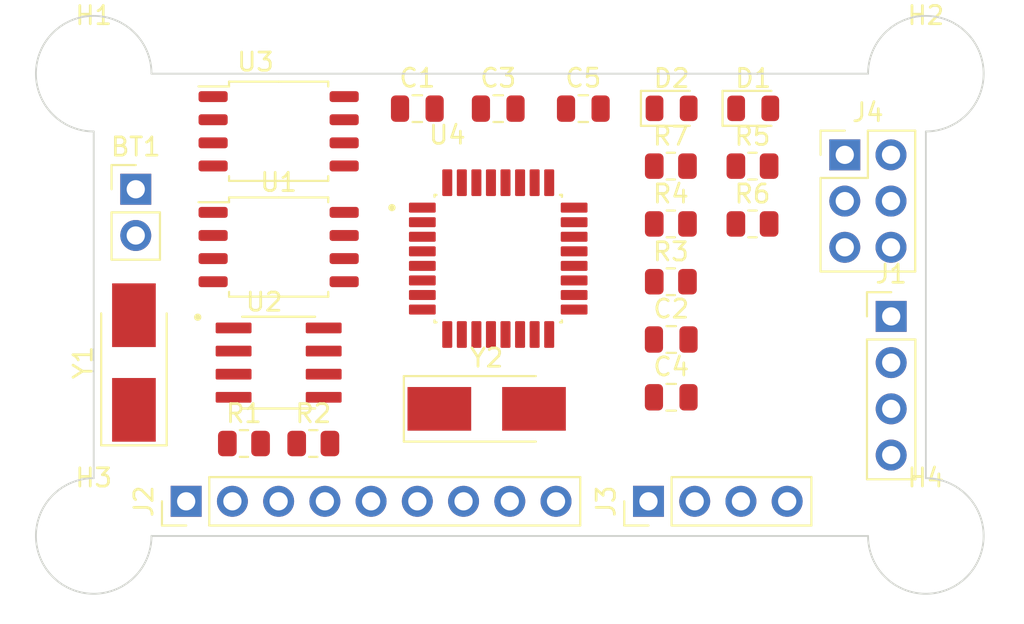
<source format=kicad_pcb>
(kicad_pcb (version 20211014) (generator pcbnew)
  (title_block (title "${project_name}") (date "2025-05-22") (rev "1") (company "2-layer PCB version."))
  (layers (0 "F.Cu" mixed) (31 "B.Cu" mixed) (34 "B.Paste" user) (35 "F.Paste" user) (36 "B.SilkS" user "B.Silkscreen") (37 "F.SilkS" user "F.Silkscreen") (38 "B.Mask" user) (39 "F.Mask" user) (44 "Edge.Cuts" user))
  (property "project_name" "MCU Datalogger with memory ")
  (net 0 "")
  (net 1 "Net-(BT1-Pad1)")
  (net 2 "GND")
  (net 3 "Net-(C1-Pad1)")
  (net 4 "Net-(C2-Pad1)")
  (net 5 "Net-(C3-Pad2)")
  (net 6 "Net-(C4-Pad2)")
  (net 7 "Net-(D1-Pad1)")
  (net 8 "/SCK")
  (net 9 "Net-(D2-Pad1)")
  (net 10 "/Vcc")
  (net 11 "/SDA")
  (net 12 "/D2")
  (net 13 "/D3")
  (net 14 "/D4")
  (net 15 "/D5")
  (net 16 "/D6")
  (net 17 "/D7")
  (net 18 "/D8")
  (net 19 "/RX")
  (net 20 "/TX")
  (net 21 "/MIS0")
  (net 22 "/MOSI")
  (net 23 "/RESET")
  (net 24 "Net-(R1-Pad2)")
  (net 25 "Net-(U2-Pad7)")
  (net 26 "Net-(U1-Pad4)")
  (net 27 "Net-(U2-Pad1)")
  (net 28 "Net-(U2-Pad2)")
  (footprint "Package_SO:SOIC-8_5.23x5.23mm_P1.27mm" (layer "F.Cu") (at 132.08 86.985)
    (fp_text reference "U3" (at -1.27 -3.81) (layer "F.SilkS"))
    (fp_text value "24LC1025")
    (fp_line (start 0 2.725) (end -2.725 2.725) (layer "F.SilkS") (width 0.12))
    (fp_line (start -2.725 2.725) (end -2.725 2.465) (layer "F.SilkS") (width 0.12))
    (fp_line (start 0 2.725) (end 2.725 2.725) (layer "F.SilkS") (width 0.12))
    (fp_line (start 0 -2.725) (end 2.725 -2.725) (layer "F.SilkS") (width 0.12))
    (fp_line (start 0 -2.725) (end -2.725 -2.725) (layer "F.SilkS") (width 0.12))
    (fp_line (start 2.725 -2.725) (end 2.725 -2.465) (layer "F.SilkS") (width 0.12))
    (fp_line (start 2.725 2.725) (end 2.725 2.465) (layer "F.SilkS") (width 0.12))
    (fp_line (start -2.725 -2.465) (end -4.4 -2.465) (layer "F.SilkS") (width 0.12))
    (fp_line (start -2.725 -2.725) (end -2.725 -2.465) (layer "F.SilkS") (width 0.12))
    (pad "1" smd roundrect (at -3.6 -1.905) (size 1.6 0.6) (layers "F.Cu" "F.Paste" "F.Mask") (net 10 "/Vcc"))
    (pad "2" smd roundrect (at -3.6 -0.635) (size 1.6 0.6) (layers "F.Cu" "F.Paste" "F.Mask") (net 2 "GND"))
    (pad "3" smd roundrect (at -3.6 0.635) (size 1.6 0.6) (layers "F.Cu" "F.Paste" "F.Mask") (net 10 "/Vcc"))
    (pad "4" smd roundrect (at -3.6 1.905) (size 1.6 0.6) (layers "F.Cu" "F.Paste" "F.Mask") (net 2 "GND"))
    (pad "5" smd roundrect (at 3.6 1.905) (size 1.6 0.6) (layers "F.Cu" "F.Paste" "F.Mask") (net 11 "/SDA"))
    (pad "6" smd roundrect (at 3.6 0.635) (size 1.6 0.6) (layers "F.Cu" "F.Paste" "F.Mask") (net 8 "/SCK"))
    (pad "7" smd roundrect (at 3.6 -0.635) (size 1.6 0.6) (layers "F.Cu" "F.Paste" "F.Mask") (net 2 "GND"))
    (pad "8" smd roundrect (at 3.6 -1.905) (size 1.6 0.6) (layers "F.Cu" "F.Paste" "F.Mask") (net 10 "/Vcc"))
  )
  (footprint "Capacitor_SMD:C_0805_2012Metric" (layer "F.Cu") (at 144.145 85.74)
    (fp_text reference "C3" (at 0 -1.68) (layer "F.SilkS"))
    (fp_text value "22pF")
    (fp_line (start -0.261252 0.735) (end 0.261252 0.735) (layer "F.SilkS") (width 0.12))
    (fp_line (start -0.261252 -0.735) (end 0.261252 -0.735) (layer "F.SilkS") (width 0.12))
    (pad "1" smd roundrect (at -0.95 0) (size 1 1.45) (layers "F.Cu" "F.Paste" "F.Mask") (net 2 "GND"))
    (pad "2" smd roundrect (at 0.95 0) (size 1 1.45) (layers "F.Cu" "F.Paste" "F.Mask") (net 5 "Net-(C3-Pad2)"))
  )
  (footprint "MCU Datalogger:QFP80P900X900X120-32N" (layer "F.Cu") (at 144.145 93.98)
    (fp_text reference "U4" (at -2.795 -6.79) (layer "F.SilkS"))
    (fp_text value "ATMEGA328P-AU")
    (fp_line (start 3.5 -3.5) (end 3.5 -3.395) (layer "F.SilkS") (width 0.127))
    (fp_line (start -3.5 3.5) (end -3.5 3.395) (layer "F.SilkS") (width 0.127))
    (fp_line (start 3.5 3.5) (end 3.5 3.395) (layer "F.SilkS") (width 0.127))
    (fp_line (start -3.5 3.5) (end -3.395 3.5) (layer "F.SilkS") (width 0.127))
    (fp_line (start 3.5 3.5) (end 3.395 3.5) (layer "F.SilkS") (width 0.127))
    (fp_line (start -3.5 -3.5) (end -3.5 -3.395) (layer "F.SilkS") (width 0.127))
    (fp_line (start 3.5 -3.5) (end 3.395 -3.5) (layer "F.SilkS") (width 0.127))
    (fp_line (start -3.5 -3.5) (end -3.395 -3.5) (layer "F.SilkS") (width 0.127))
    (fp_circle (center -5.84 -2.8) (end -5.74 -2.8) (layer "F.SilkS") (width 0.2) (fill none))
    (pad "1" smd roundrect locked (at -4.17 -2.8) (size 1.47 0.55) (layers "F.Cu" "F.Paste" "F.Mask") (roundrect_rratio 0.125) (net 13 "/D3"))
    (pad "2" smd roundrect locked (at -4.17 -2) (size 1.47 0.55) (layers "F.Cu" "F.Paste" "F.Mask") (roundrect_rratio 0.125) (net 14 "/D4"))
    (pad "3" smd roundrect locked (at -4.17 -1.2) (size 1.47 0.55) (layers "F.Cu" "F.Paste" "F.Mask") (roundrect_rratio 0.125) (net 2 "GND"))
    (pad "4" smd roundrect locked (at -4.17 -0.4) (size 1.47 0.55) (layers "F.Cu" "F.Paste" "F.Mask") (roundrect_rratio 0.125) (net 1 "Net-(BT1-Pad1)"))
    (pad "5" smd roundrect locked (at -4.17 0.4) (size 1.47 0.55) (layers "F.Cu" "F.Paste" "F.Mask") (roundrect_rratio 0.125) (net 2 "GND"))
    (pad "6" smd roundrect locked (at -4.17 1.2) (size 1.47 0.55) (layers "F.Cu" "F.Paste" "F.Mask") (roundrect_rratio 0.125))
    (pad "7" smd roundrect locked (at -4.17 2) (size 1.47 0.55) (layers "F.Cu" "F.Paste" "F.Mask") (roundrect_rratio 0.125) (net 4 "Net-(C2-Pad1)"))
    (pad "8" smd roundrect locked (at -4.17 2.8) (size 1.47 0.55) (layers "F.Cu" "F.Paste" "F.Mask") (roundrect_rratio 0.125) (net 5 "Net-(C3-Pad2)"))
    (pad "9" smd roundrect locked (at -2.8 4.17) (size 0.55 1.47) (layers "F.Cu" "F.Paste" "F.Mask") (roundrect_rratio 0.125) (net 15 "/D5"))
    (pad "10" smd roundrect locked (at -2 4.17) (size 0.55 1.47) (layers "F.Cu" "F.Paste" "F.Mask") (roundrect_rratio 0.125) (net 16 "/D6"))
    (pad "11" smd roundrect locked (at -1.2 4.17) (size 0.55 1.47) (layers "F.Cu" "F.Paste" "F.Mask") (roundrect_rratio 0.125) (net 17 "/D7"))
    (pad "12" smd roundrect locked (at -0.4 4.17) (size 0.55 1.47) (layers "F.Cu" "F.Paste" "F.Mask") (roundrect_rratio 0.125) (net 18 "/D8"))
    (pad "13" smd roundrect locked (at 0.4 4.17) (size 0.55 1.47) (layers "F.Cu" "F.Paste" "F.Mask") (roundrect_rratio 0.125))
    (pad "14" smd roundrect locked (at 1.2 4.17) (size 0.55 1.47) (layers "F.Cu" "F.Paste" "F.Mask") (roundrect_rratio 0.125))
    (pad "15" smd roundrect locked (at 2 4.17) (size 0.55 1.47) (layers "F.Cu" "F.Paste" "F.Mask") (roundrect_rratio 0.125) (net 22 "/MOSI"))
    (pad "16" smd roundrect locked (at 2.8 4.17) (size 0.55 1.47) (layers "F.Cu" "F.Paste" "F.Mask") (roundrect_rratio 0.125) (net 21 "/MIS0"))
    (pad "17" smd roundrect locked (at 4.17 2.8) (size 1.47 0.55) (layers "F.Cu" "F.Paste" "F.Mask") (roundrect_rratio 0.125) (net 8 "/SCK"))
    (pad "18" smd roundrect locked (at 4.17 2) (size 1.47 0.55) (layers "F.Cu" "F.Paste" "F.Mask") (roundrect_rratio 0.125) (net 1 "Net-(BT1-Pad1)"))
    (pad "19" smd roundrect locked (at 4.17 1.2) (size 1.47 0.55) (layers "F.Cu" "F.Paste" "F.Mask") (roundrect_rratio 0.125))
    (pad "20" smd roundrect locked (at 4.17 0.4) (size 1.47 0.55) (layers "F.Cu" "F.Paste" "F.Mask") (roundrect_rratio 0.125) (net 6 "Net-(C4-Pad2)"))
    (pad "21" smd roundrect locked (at 4.17 -0.4) (size 1.47 0.55) (layers "F.Cu" "F.Paste" "F.Mask") (roundrect_rratio 0.125) (net 2 "GND"))
    (pad "22" smd roundrect locked (at 4.17 -1.2) (size 1.47 0.55) (layers "F.Cu" "F.Paste" "F.Mask") (roundrect_rratio 0.125))
    (pad "23" smd roundrect locked (at 4.17 -2) (size 1.47 0.55) (layers "F.Cu" "F.Paste" "F.Mask") (roundrect_rratio 0.125))
    (pad "24" smd roundrect locked (at 4.17 -2.8) (size 1.47 0.55) (layers "F.Cu" "F.Paste" "F.Mask") (roundrect_rratio 0.125))
    (pad "25" smd roundrect locked (at 2.8 -4.17) (size 0.55 1.47) (layers "F.Cu" "F.Paste" "F.Mask") (roundrect_rratio 0.125))
    (pad "26" smd roundrect locked (at 2 -4.17) (size 0.55 1.47) (layers "F.Cu" "F.Paste" "F.Mask") (roundrect_rratio 0.125))
    (pad "27" smd roundrect locked (at 1.2 -4.17) (size 0.55 1.47) (layers "F.Cu" "F.Paste" "F.Mask") (roundrect_rratio 0.125) (net 11 "/SDA"))
    (pad "28" smd roundrect locked (at 0.4 -4.17) (size 0.55 1.47) (layers "F.Cu" "F.Paste" "F.Mask") (roundrect_rratio 0.125) (net 8 "/SCK"))
    (pad "29" smd roundrect locked (at -0.4 -4.17) (size 0.55 1.47) (layers "F.Cu" "F.Paste" "F.Mask") (roundrect_rratio 0.125) (net 23 "/RESET"))
    (pad "30" smd roundrect locked (at -1.2 -4.17) (size 0.55 1.47) (layers "F.Cu" "F.Paste" "F.Mask") (roundrect_rratio 0.125) (net 19 "/RX"))
    (pad "31" smd roundrect locked (at -2 -4.17) (size 0.55 1.47) (layers "F.Cu" "F.Paste" "F.Mask") (roundrect_rratio 0.125) (net 20 "/TX"))
    (pad "32" smd roundrect locked (at -2.8 -4.17) (size 0.55 1.47) (layers "F.Cu" "F.Paste" "F.Mask") (roundrect_rratio 0.125) (net 12 "/D2"))
  )
  (footprint "LED_SMD:LED_0805_2012Metric" (layer "F.Cu") (at 153.67 85.725)
    (fp_text reference "D2" (at 0 -1.65) (layer "F.SilkS"))
    (fp_text value "LED")
    (fp_line (start 1 -0.96) (end -1.685 -0.96) (layer "F.SilkS") (width 0.12))
    (fp_line (start -1.685 0.96) (end 1 0.96) (layer "F.SilkS") (width 0.12))
    (fp_line (start -1.685 -0.96) (end -1.685 0.96) (layer "F.SilkS") (width 0.12))
    (pad "1" smd roundrect (at -0.9375 0) (size 0.975 1.4) (layers "F.Cu" "F.Paste" "F.Mask") (net 9 "Net-(D2-Pad1)"))
    (pad "2" smd roundrect (at 0.9375 0) (size 0.975 1.4) (layers "F.Cu" "F.Paste" "F.Mask") (net 1 "Net-(BT1-Pad1)"))
  )
  (footprint "Capacitor_SMD:C_0805_2012Metric" (layer "F.Cu") (at 139.7 85.74)
    (fp_text reference "C1" (at 0 -1.68) (layer "F.SilkS"))
    (fp_text value "0.1uF")
    (fp_line (start -0.261252 0.735) (end 0.261252 0.735) (layer "F.SilkS") (width 0.12))
    (fp_line (start -0.261252 -0.735) (end 0.261252 -0.735) (layer "F.SilkS") (width 0.12))
    (pad "1" smd roundrect (at -0.95 0) (size 1 1.45) (layers "F.Cu" "F.Paste" "F.Mask") (net 3 "Net-(C1-Pad1)"))
    (pad "2" smd roundrect (at 0.95 0) (size 1 1.45) (layers "F.Cu" "F.Paste" "F.Mask") (net 2 "GND"))
  )
  (footprint "Connector_PinHeader_2.54mm:PinHeader_1x02_P2.54mm_Vertical" (layer "F.Cu") (at 124.23 90.17)
    (fp_text reference "BT1" (at 0 -2.33) (layer "F.SilkS"))
    (fp_text value "Battery")
    (fp_line (start -1.33 1.27) (end -1.33 3.87) (layer "F.SilkS") (width 0.12))
    (fp_line (start -1.33 1.27) (end 1.33 1.27) (layer "F.SilkS") (width 0.12))
    (fp_line (start -1.33 0) (end -1.33 -1.33) (layer "F.SilkS") (width 0.12))
    (fp_line (start 1.33 1.27) (end 1.33 3.87) (layer "F.SilkS") (width 0.12))
    (fp_line (start -1.33 3.87) (end 1.33 3.87) (layer "F.SilkS") (width 0.12))
    (fp_line (start -1.33 -1.33) (end 0 -1.33) (layer "F.SilkS") (width 0.12))
    (pad "1" thru_hole rect (at 0 0) (size 1.7 1.7) (drill 1) (layers *.Cu *.Mask) (net 1 "Net-(BT1-Pad1)"))
    (pad "2" thru_hole oval (at 0 2.54) (size 1.7 1.7) (drill 1) (layers *.Cu *.Mask) (net 2 "GND"))
  )
  (footprint "MCU Datalogger:SOIC127P600X175-8N" (layer "F.Cu") (at 132.08 99.695)
    (fp_text reference "U2" (at -0.795 -3.332) (layer "F.SilkS"))
    (fp_text value "DS1337S_")
    (fp_line (start -2 -2.52) (end 2 -2.52) (layer "F.SilkS") (width 0.127))
    (fp_line (start -2 2.52) (end 2 2.52) (layer "F.SilkS") (width 0.127))
    (fp_circle (center -4.445 -2.495) (end -4.345 -2.495) (layer "F.SilkS") (width 0.2) (fill none))
    (pad "1" smd roundrect locked (at -2.475 -1.905) (size 1.97 0.59) (layers "F.Cu" "F.Paste" "F.Mask") (roundrect_rratio 0.125) (net 27 "Net-(U2-Pad1)"))
    (pad "2" smd roundrect locked (at -2.475 -0.635) (size 1.97 0.59) (layers "F.Cu" "F.Paste" "F.Mask") (roundrect_rratio 0.125) (net 28 "Net-(U2-Pad2)"))
    (pad "3" smd roundrect locked (at -2.475 0.635) (size 1.97 0.59) (layers "F.Cu" "F.Paste" "F.Mask") (roundrect_rratio 0.125) (net 24 "Net-(R1-Pad2)"))
    (pad "4" smd roundrect locked (at -2.475 1.905) (size 1.97 0.59) (layers "F.Cu" "F.Paste" "F.Mask") (roundrect_rratio 0.125) (net 2 "GND"))
    (pad "5" smd roundrect locked (at 2.475 1.905) (size 1.97 0.59) (layers "F.Cu" "F.Paste" "F.Mask") (roundrect_rratio 0.125) (net 11 "/SDA"))
    (pad "6" smd roundrect locked (at 2.475 0.635) (size 1.97 0.59) (layers "F.Cu" "F.Paste" "F.Mask") (roundrect_rratio 0.125) (net 8 "/SCK"))
    (pad "7" smd roundrect locked (at 2.475 -0.635) (size 1.97 0.59) (layers "F.Cu" "F.Paste" "F.Mask") (roundrect_rratio 0.125) (net 25 "Net-(U2-Pad7)"))
    (pad "8" smd roundrect locked (at 2.475 -1.905) (size 1.97 0.59) (layers "F.Cu" "F.Paste" "F.Mask") (roundrect_rratio 0.125) (net 3 "Net-(C1-Pad1)"))
  )
  (footprint "Crystal:Crystal_SMD_5032-2Pin_5.0x3.2mm_HandSoldering" (layer "F.Cu") (at 124.13 99.69 90)
    (fp_text reference "Y1" (at 0 -2.8 90) (layer "F.SilkS"))
    (fp_text value "32.768 MHz")
    (fp_line (start -4.55 1.8) (end 2.7 1.8) (layer "F.SilkS") (width 0.12))
    (fp_line (start 2.7 -1.8) (end -4.55 -1.8) (layer "F.SilkS") (width 0.12))
    (fp_line (start -4.55 -1.8) (end -4.55 1.8) (layer "F.SilkS") (width 0.12))
    (pad "1" smd rect (at -2.6 0 90) (size 3.5 2.4) (layers "F.Cu" "F.Paste" "F.Mask") (net 28 "Net-(U2-Pad2)"))
    (pad "2" smd rect (at 2.6 0 90) (size 3.5 2.4) (layers "F.Cu" "F.Paste" "F.Mask") (net 27 "Net-(U2-Pad1)"))
  )
  (footprint "LED_SMD:LED_0805_2012Metric" (layer "F.Cu") (at 158.155 85.725)
    (fp_text reference "D1" (at 0 -1.65) (layer "F.SilkS"))
    (fp_text value "LED")
    (fp_line (start -1.685 0.96) (end 1 0.96) (layer "F.SilkS") (width 0.12))
    (fp_line (start 1 -0.96) (end -1.685 -0.96) (layer "F.SilkS") (width 0.12))
    (fp_line (start -1.685 -0.96) (end -1.685 0.96) (layer "F.SilkS") (width 0.12))
    (pad "1" smd roundrect (at -0.9375 0) (size 0.975 1.4) (layers "F.Cu" "F.Paste" "F.Mask") (net 7 "Net-(D1-Pad1)"))
    (pad "2" smd roundrect (at 0.9375 0) (size 0.975 1.4) (layers "F.Cu" "F.Paste" "F.Mask") (net 8 "/SCK"))
  )
  (footprint "Resistor_SMD:R_0805_2012Metric" (layer "F.Cu") (at 158.115 88.9)
    (fp_text reference "R5" (at 0 -1.65) (layer "F.SilkS"))
    (fp_text value "330")
    (fp_line (start -0.227064 0.735) (end 0.227064 0.735) (layer "F.SilkS") (width 0.12))
    (fp_line (start -0.227064 -0.735) (end 0.227064 -0.735) (layer "F.SilkS") (width 0.12))
    (pad "1" smd roundrect (at -0.9125 0) (size 1.025 1.4) (layers "F.Cu" "F.Paste" "F.Mask") (roundrect_rratio 0.243902) (net 2 "GND"))
    (pad "2" smd roundrect (at 0.9125 0) (size 1.025 1.4) (layers "F.Cu" "F.Paste" "F.Mask") (roundrect_rratio 0.243902) (net 7 "Net-(D1-Pad1)"))
  )
  (footprint "Connector_PinHeader_2.54mm:PinHeader_1x04_P2.54mm_Vertical" (layer "F.Cu") (at 165.735 97.155)
    (fp_text reference "J1" (at 0 -2.33) (layer "F.SilkS"))
    (fp_text value "Conn_01x04_Male")
    (fp_line (start -1.33 1.27) (end -1.33 8.95) (layer "F.SilkS") (width 0.12))
    (fp_line (start 1.33 1.27) (end 1.33 8.95) (layer "F.SilkS") (width 0.12))
    (fp_line (start -1.33 8.95) (end 1.33 8.95) (layer "F.SilkS") (width 0.12))
    (fp_line (start -1.33 1.27) (end 1.33 1.27) (layer "F.SilkS") (width 0.12))
    (fp_line (start -1.33 -1.33) (end 0 -1.33) (layer "F.SilkS") (width 0.12))
    (fp_line (start -1.33 0) (end -1.33 -1.33) (layer "F.SilkS") (width 0.12))
    (pad "1" thru_hole rect (at 0 0) (size 1.7 1.7) (drill 1) (layers *.Cu *.Mask) (net 2 "GND"))
    (pad "2" thru_hole oval (at 0 2.54) (size 1.7 1.7) (drill 1) (layers *.Cu *.Mask) (net 10 "/Vcc"))
    (pad "3" thru_hole oval (at 0 5.08) (size 1.7 1.7) (drill 1) (layers *.Cu *.Mask) (net 11 "/SDA"))
    (pad "4" thru_hole oval (at 0 7.62) (size 1.7 1.7) (drill 1) (layers *.Cu *.Mask) (net 8 "/SCK"))
  )
  (footprint "Connector_PinHeader_2.54mm:PinHeader_1x09_P2.54mm_Vertical" (layer "F.Cu") (at 127 107.315 90)
    (fp_text reference "J2" (at 0 -2.33 90) (layer "F.SilkS"))
    (fp_text value "Conn_01x09_Male")
    (fp_line (start -1.33 1.27) (end 1.33 1.27) (layer "F.SilkS") (width 0.12))
    (fp_line (start -1.33 21.65) (end 1.33 21.65) (layer "F.SilkS") (width 0.12))
    (fp_line (start -1.33 -1.33) (end 0 -1.33) (layer "F.SilkS") (width 0.12))
    (fp_line (start -1.33 0) (end -1.33 -1.33) (layer "F.SilkS") (width 0.12))
    (fp_line (start 1.33 1.27) (end 1.33 21.65) (layer "F.SilkS") (width 0.12))
    (fp_line (start -1.33 1.27) (end -1.33 21.65) (layer "F.SilkS") (width 0.12))
    (pad "1" thru_hole rect (at 0 0 90) (size 1.7 1.7) (drill 1) (layers *.Cu *.Mask) (net 12 "/D2"))
    (pad "2" thru_hole oval (at 0 2.54 90) (size 1.7 1.7) (drill 1) (layers *.Cu *.Mask) (net 13 "/D3"))
    (pad "3" thru_hole oval (at 0 5.08 90) (size 1.7 1.7) (drill 1) (layers *.Cu *.Mask) (net 14 "/D4"))
    (pad "4" thru_hole oval (at 0 7.62 90) (size 1.7 1.7) (drill 1) (layers *.Cu *.Mask) (net 15 "/D5"))
    (pad "5" thru_hole oval (at 0 10.16 90) (size 1.7 1.7) (drill 1) (layers *.Cu *.Mask) (net 16 "/D6"))
    (pad "6" thru_hole oval (at 0 12.7 90) (size 1.7 1.7) (drill 1) (layers *.Cu *.Mask) (net 17 "/D7"))
    (pad "7" thru_hole oval (at 0 15.24 90) (size 1.7 1.7) (drill 1) (layers *.Cu *.Mask) (net 18 "/D8"))
    (pad "8" thru_hole oval (at 0 17.78 90) (size 1.7 1.7) (drill 1) (layers *.Cu *.Mask) (net 2 "GND"))
    (pad "9" thru_hole oval (at 0 20.32 90) (size 1.7 1.7) (drill 1) (layers *.Cu *.Mask) (net 10 "/Vcc"))
  )
  (footprint "Resistor_SMD:R_0805_2012Metric" (layer "F.Cu") (at 153.63 95.25)
    (fp_text reference "R3" (at 0 -1.65) (layer "F.SilkS"))
    (fp_text value "4.7K")
    (fp_line (start -0.227064 -0.735) (end 0.227064 -0.735) (layer "F.SilkS") (width 0.12))
    (fp_line (start -0.227064 0.735) (end 0.227064 0.735) (layer "F.SilkS") (width 0.12))
    (pad "1" smd roundrect (at -0.9125 0) (size 1.025 1.4) (layers "F.Cu" "F.Paste" "F.Mask") (roundrect_rratio 0.243902) (net 10 "/Vcc"))
    (pad "2" smd roundrect (at 0.9125 0) (size 1.025 1.4) (layers "F.Cu" "F.Paste" "F.Mask") (roundrect_rratio 0.243902) (net 8 "/SCK"))
  )
  (footprint "MountingHole:MountingHole_2.1mm" (layer "F.Cu") (at 167.64 83.82)
    (fp_text reference "H2" (at 0 -3.2) (layer "F.SilkS"))
    (fp_text value "MountingHole")
    (pad "" np_thru_hole circle (at 0 0) (size 2.1 2.1) (drill 2.1) (layers *.Cu *.Mask))
  )
  (footprint "Capacitor_SMD:C_0805_2012Metric" (layer "F.Cu") (at 153.65 98.425)
    (fp_text reference "C2" (at 0 -1.68) (layer "F.SilkS"))
    (fp_text value "22pF")
    (fp_line (start -0.261252 0.735) (end 0.261252 0.735) (layer "F.SilkS") (width 0.12))
    (fp_line (start -0.261252 -0.735) (end 0.261252 -0.735) (layer "F.SilkS") (width 0.12))
    (pad "1" smd roundrect (at -0.95 0) (size 1 1.45) (layers "F.Cu" "F.Paste" "F.Mask") (net 4 "Net-(C2-Pad1)"))
    (pad "2" smd roundrect (at 0.95 0) (size 1 1.45) (layers "F.Cu" "F.Paste" "F.Mask") (net 2 "GND"))
  )
  (footprint "MountingHole:MountingHole_2.1mm" (layer "F.Cu") (at 121.92 109.22)
    (fp_text reference "H3" (at 0 -3.2) (layer "F.SilkS"))
    (fp_text value "MountingHole")
    (pad "" np_thru_hole circle (at 0 0) (size 2.1 2.1) (drill 2.1) (layers *.Cu *.Mask))
  )
  (footprint "Connector_PinHeader_2.54mm:PinHeader_2x03_P2.54mm_Vertical" (layer "F.Cu") (at 163.185 88.28)
    (fp_text reference "J4" (at 1.27 -2.33) (layer "F.SilkS"))
    (fp_text value "Conn_02x03_Odd_Even")
    (fp_line (start 1.27 -1.33) (end 3.87 -1.33) (layer "F.SilkS") (width 0.12))
    (fp_line (start -1.33 1.27) (end 1.27 1.27) (layer "F.SilkS") (width 0.12))
    (fp_line (start -1.33 0) (end -1.33 -1.33) (layer "F.SilkS") (width 0.12))
    (fp_line (start 1.27 1.27) (end 1.27 -1.33) (layer "F.SilkS") (width 0.12))
    (fp_line (start -1.33 6.41) (end 3.87 6.41) (layer "F.SilkS") (width 0.12))
    (fp_line (start -1.33 -1.33) (end 0 -1.33) (layer "F.SilkS") (width 0.12))
    (fp_line (start 3.87 -1.33) (end 3.87 6.41) (layer "F.SilkS") (width 0.12))
    (fp_line (start -1.33 1.27) (end -1.33 6.41) (layer "F.SilkS") (width 0.12))
    (pad "1" thru_hole rect (at 0 0) (size 1.7 1.7) (drill 1) (layers *.Cu *.Mask) (net 21 "/MIS0"))
    (pad "2" thru_hole oval (at 2.54 0) (size 1.7 1.7) (drill 1) (layers *.Cu *.Mask) (net 10 "/Vcc"))
    (pad "3" thru_hole oval (at 0 2.54) (size 1.7 1.7) (drill 1) (layers *.Cu *.Mask) (net 8 "/SCK"))
    (pad "4" thru_hole oval (at 2.54 2.54) (size 1.7 1.7) (drill 1) (layers *.Cu *.Mask) (net 22 "/MOSI"))
    (pad "5" thru_hole oval (at 0 5.08) (size 1.7 1.7) (drill 1) (layers *.Cu *.Mask) (net 23 "/RESET"))
    (pad "6" thru_hole oval (at 2.54 5.08) (size 1.7 1.7) (drill 1) (layers *.Cu *.Mask) (net 2 "GND"))
  )
  (footprint "Package_SO:SOIC-8_5.23x5.23mm_P1.27mm" (layer "F.Cu") (at 132.08 93.345)
    (fp_text reference "U1" (at 0 -3.56) (layer "F.SilkS"))
    (fp_text value "24LC1025")
    (fp_line (start 2.725 -2.725) (end 2.725 -2.465) (layer "F.SilkS") (width 0.12))
    (fp_line (start -2.725 -2.465) (end -4.4 -2.465) (layer "F.SilkS") (width 0.12))
    (fp_line (start 0 2.725) (end -2.725 2.725) (layer "F.SilkS") (width 0.12))
    (fp_line (start 0 -2.725) (end -2.725 -2.725) (layer "F.SilkS") (width 0.12))
    (fp_line (start -2.725 2.725) (end -2.725 2.465) (layer "F.SilkS") (width 0.12))
    (fp_line (start -2.725 -2.725) (end -2.725 -2.465) (layer "F.SilkS") (width 0.12))
    (fp_line (start 0 2.725) (end 2.725 2.725) (layer "F.SilkS") (width 0.12))
    (fp_line (start 0 -2.725) (end 2.725 -2.725) (layer "F.SilkS") (width 0.12))
    (fp_line (start 2.725 2.725) (end 2.725 2.465) (layer "F.SilkS") (width 0.12))
    (pad "1" smd roundrect (at -3.6 -1.905) (size 1.6 0.6) (layers "F.Cu" "F.Paste" "F.Mask") (net 10 "/Vcc"))
    (pad "2" smd roundrect (at -3.6 -0.635) (size 1.6 0.6) (layers "F.Cu" "F.Paste" "F.Mask") (net 10 "/Vcc"))
    (pad "3" smd roundrect (at -3.6 0.635) (size 1.6 0.6) (layers "F.Cu" "F.Paste" "F.Mask") (net 10 "/Vcc"))
    (pad "4" smd roundrect (at -3.6 1.905) (size 1.6 0.6) (layers "F.Cu" "F.Paste" "F.Mask") (net 26 "Net-(U1-Pad4)"))
    (pad "5" smd roundrect (at 3.6 1.905) (size 1.6 0.6) (layers "F.Cu" "F.Paste" "F.Mask") (net 11 "/SDA"))
    (pad "6" smd roundrect (at 3.6 0.635) (size 1.6 0.6) (layers "F.Cu" "F.Paste" "F.Mask") (net 8 "/SCK"))
    (pad "7" smd roundrect (at 3.6 -0.635) (size 1.6 0.6) (layers "F.Cu" "F.Paste" "F.Mask") (net 26 "Net-(U1-Pad4)"))
    (pad "8" smd roundrect (at 3.6 -1.905) (size 1.6 0.6) (layers "F.Cu" "F.Paste" "F.Mask") (net 10 "/Vcc"))
  )
  (footprint "Resistor_SMD:R_0805_2012Metric" (layer "F.Cu") (at 158.115 92.075)
    (fp_text reference "R6" (at 0 -1.65) (layer "F.SilkS"))
    (fp_text value "10K")
    (fp_line (start -0.227064 0.735) (end 0.227064 0.735) (layer "F.SilkS") (width 0.12))
    (fp_line (start -0.227064 -0.735) (end 0.227064 -0.735) (layer "F.SilkS") (width 0.12))
    (pad "1" smd roundrect (at -0.9125 0) (size 1.025 1.4) (layers "F.Cu" "F.Paste" "F.Mask") (roundrect_rratio 0.243902) (net 10 "/Vcc"))
    (pad "2" smd roundrect (at 0.9125 0) (size 1.025 1.4) (layers "F.Cu" "F.Paste" "F.Mask") (roundrect_rratio 0.243902) (net 23 "/RESET"))
  )
  (footprint "Crystal:Crystal_SMD_5032-2Pin_5.0x3.2mm_HandSoldering" (layer "F.Cu") (at 143.51 102.235)
    (fp_text reference "Y2" (at 0 -2.8) (layer "F.SilkS"))
    (fp_text value "16 MHz")
    (fp_line (start 2.7 -1.8) (end -4.55 -1.8) (layer "F.SilkS") (width 0.12))
    (fp_line (start -4.55 -1.8) (end -4.55 1.8) (layer "F.SilkS") (width 0.12))
    (fp_line (start -4.55 1.8) (end 2.7 1.8) (layer "F.SilkS") (width 0.12))
    (pad "1" smd rect (at -2.6 0) (size 3.5 2.4) (layers "F.Cu" "F.Paste" "F.Mask") (net 5 "Net-(C3-Pad2)"))
    (pad "2" smd rect (at 2.6 0) (size 3.5 2.4) (layers "F.Cu" "F.Paste" "F.Mask") (net 4 "Net-(C2-Pad1)"))
  )
  (footprint "Resistor_SMD:R_0805_2012Metric" (layer "F.Cu") (at 133.985 104.14)
    (fp_text reference "R2" (at 0 -1.65) (layer "F.SilkS"))
    (fp_text value "10K")
    (fp_line (start -0.227064 0.735) (end 0.227064 0.735) (layer "F.SilkS") (width 0.12))
    (fp_line (start -0.227064 -0.735) (end 0.227064 -0.735) (layer "F.SilkS") (width 0.12))
    (pad "1" smd roundrect (at -0.9125 0) (size 1.025 1.4) (layers "F.Cu" "F.Paste" "F.Mask") (roundrect_rratio 0.243902) (net 3 "Net-(C1-Pad1)"))
    (pad "2" smd roundrect (at 0.9125 0) (size 1.025 1.4) (layers "F.Cu" "F.Paste" "F.Mask") (roundrect_rratio 0.243902) (net 25 "Net-(U2-Pad7)"))
  )
  (footprint "MountingHole:MountingHole_2.1mm" (layer "F.Cu") (at 121.92 83.82)
    (fp_text reference "H1" (at 0 -3.2) (layer "F.SilkS"))
    (fp_text value "MountingHole")
    (pad "" np_thru_hole circle (at 0 0) (size 2.1 2.1) (drill 2.1) (layers *.Cu *.Mask))
  )
  (footprint "Capacitor_SMD:C_0805_2012Metric" (layer "F.Cu") (at 148.82 85.74)
    (fp_text reference "C5" (at 0 -1.68) (layer "F.SilkS"))
    (fp_text value "100nF")
    (fp_line (start -0.261252 -0.735) (end 0.261252 -0.735) (layer "F.SilkS") (width 0.12))
    (fp_line (start -0.261252 0.735) (end 0.261252 0.735) (layer "F.SilkS") (width 0.12))
    (pad "1" smd roundrect (at -0.95 0) (size 1 1.45) (layers "F.Cu" "F.Paste" "F.Mask") (net 1 "Net-(BT1-Pad1)"))
    (pad "2" smd roundrect (at 0.95 0) (size 1 1.45) (layers "F.Cu" "F.Paste" "F.Mask") (net 2 "GND"))
  )
  (footprint "Capacitor_SMD:C_0805_2012Metric" (layer "F.Cu") (at 153.65 101.6)
    (fp_text reference "C4" (at 0 -1.68) (layer "F.SilkS"))
    (fp_text value "0.1uF")
    (fp_line (start -0.261252 0.735) (end 0.261252 0.735) (layer "F.SilkS") (width 0.12))
    (fp_line (start -0.261252 -0.735) (end 0.261252 -0.735) (layer "F.SilkS") (width 0.12))
    (pad "1" smd roundrect (at -0.95 0) (size 1 1.45) (layers "F.Cu" "F.Paste" "F.Mask") (net 2 "GND"))
    (pad "2" smd roundrect (at 0.95 0) (size 1 1.45) (layers "F.Cu" "F.Paste" "F.Mask") (net 6 "Net-(C4-Pad2)"))
  )
  (footprint "MountingHole:MountingHole_2.1mm" (layer "F.Cu") (at 167.64 109.22)
    (fp_text reference "H4" (at 0 -3.2) (layer "F.SilkS"))
    (fp_text value "MountingHole")
    (pad "" np_thru_hole circle (at 0 0) (size 2.1 2.1) (drill 2.1) (layers *.Cu *.Mask))
  )
  (footprint "Resistor_SMD:R_0805_2012Metric" (layer "F.Cu") (at 153.63 92.075)
    (fp_text reference "R4" (at 0 -1.65) (layer "F.SilkS"))
    (fp_text value "4.7K")
    (fp_line (start -0.227064 0.735) (end 0.227064 0.735) (layer "F.SilkS") (width 0.12))
    (fp_line (start -0.227064 -0.735) (end 0.227064 -0.735) (layer "F.SilkS") (width 0.12))
    (pad "1" smd roundrect (at -0.9125 0) (size 1.025 1.4) (layers "F.Cu" "F.Paste" "F.Mask") (roundrect_rratio 0.243902) (net 10 "/Vcc"))
    (pad "2" smd roundrect (at 0.9125 0) (size 1.025 1.4) (layers "F.Cu" "F.Paste" "F.Mask") (roundrect_rratio 0.243902) (net 11 "/SDA"))
  )
  (footprint "Connector_PinHeader_2.54mm:PinHeader_1x04_P2.54mm_Vertical" (layer "F.Cu") (at 152.4 107.315 90)
    (fp_text reference "J3" (at 0 -2.33 90) (layer "F.SilkS"))
    (fp_text value "Conn_01x04_Male")
    (fp_line (start -1.33 -1.33) (end 0 -1.33) (layer "F.SilkS") (width 0.12))
    (fp_line (start -1.33 0) (end -1.33 -1.33) (layer "F.SilkS") (width 0.12))
    (fp_line (start -1.33 1.27) (end 1.33 1.27) (layer "F.SilkS") (width 0.12))
    (fp_line (start 1.33 1.27) (end 1.33 8.95) (layer "F.SilkS") (width 0.12))
    (fp_line (start -1.33 8.95) (end 1.33 8.95) (layer "F.SilkS") (width 0.12))
    (fp_line (start -1.33 1.27) (end -1.33 8.95) (layer "F.SilkS") (width 0.12))
    (pad "1" thru_hole rect (at 0 0 90) (size 1.7 1.7) (drill 1) (layers *.Cu *.Mask) (net 2 "GND"))
    (pad "2" thru_hole oval (at 0 2.54 90) (size 1.7 1.7) (drill 1) (layers *.Cu *.Mask) (net 10 "/Vcc"))
    (pad "3" thru_hole oval (at 0 5.08 90) (size 1.7 1.7) (drill 1) (layers *.Cu *.Mask) (net 19 "/RX"))
    (pad "4" thru_hole oval (at 0 7.62 90) (size 1.7 1.7) (drill 1) (layers *.Cu *.Mask) (net 20 "/TX"))
  )
  (footprint "Resistor_SMD:R_0805_2012Metric" (layer "F.Cu") (at 130.175 104.14)
    (fp_text reference "R1" (at 0 -1.65) (layer "F.SilkS"))
    (fp_text value "10K")
    (fp_line (start -0.227064 -0.735) (end 0.227064 -0.735) (layer "F.SilkS") (width 0.12))
    (fp_line (start -0.227064 0.735) (end 0.227064 0.735) (layer "F.SilkS") (width 0.12))
    (pad "1" smd roundrect (at -0.9125 0) (size 1.025 1.4) (layers "F.Cu" "F.Paste" "F.Mask") (roundrect_rratio 0.243902) (net 3 "Net-(C1-Pad1)"))
    (pad "2" smd roundrect (at 0.9125 0) (size 1.025 1.4) (layers "F.Cu" "F.Paste" "F.Mask") (roundrect_rratio 0.243902) (net 24 "Net-(R1-Pad2)"))
  )
  (footprint "Resistor_SMD:R_0805_2012Metric" (layer "F.Cu") (at 153.63 88.9)
    (fp_text reference "R7" (at 0 -1.65) (layer "F.SilkS"))
    (fp_text value "330")
    (fp_line (start -0.227064 0.735) (end 0.227064 0.735) (layer "F.SilkS") (width 0.12))
    (fp_line (start -0.227064 -0.735) (end 0.227064 -0.735) (layer "F.SilkS") (width 0.12))
    (pad "1" smd roundrect (at -0.9125 0) (size 1.025 1.4) (layers "F.Cu" "F.Paste" "F.Mask") (roundrect_rratio 0.243902) (net 2 "GND"))
    (pad "2" smd roundrect (at 0.9125 0) (size 1.025 1.4) (layers "F.Cu" "F.Paste" "F.Mask") (roundrect_rratio 0.243902) (net 9 "Net-(D2-Pad1)"))
  )
  (gr_line (start 121.92 106.045) (end 121.92 86.995) (layer "Edge.Cuts") (width 0.1))
  (gr_arc (start 167.64 106.045) (mid 169.885064 111.465064) (end 164.465 109.22) (layer "Edge.Cuts") (width 0.1))
  (gr_arc (start 164.465 83.82) (mid 169.885064 81.574936) (end 167.64 86.995) (layer "Edge.Cuts") (width 0.1))
  (gr_arc (start 125.095 109.22) (mid 119.674936 111.465064) (end 121.92 106.045) (layer "Edge.Cuts") (width 0.1))
  (gr_arc (start 121.92 86.995) (mid 119.674936 81.574936) (end 125.095 83.82) (layer "Edge.Cuts") (width 0.1))
  (gr_line (start 125.095 83.82) (end 164.465 83.82) (layer "Edge.Cuts") (width 0.1))
  (gr_line (start 167.64 86.995) (end 167.64 106.045) (layer "Edge.Cuts") (width 0.1))
  (gr_line (start 164.465 109.22) (end 125.095 109.22) (layer "Edge.Cuts") (width 0.1))
)
</source>
